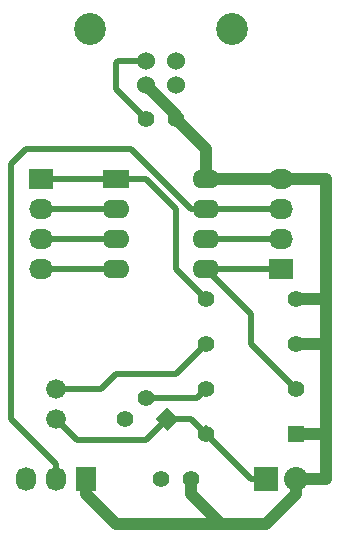
<source format=gbr>
G04 #@! TF.FileFunction,Copper,L1,Top,Signal*
%FSLAX46Y46*%
G04 Gerber Fmt 4.6, Leading zero omitted, Abs format (unit mm)*
G04 Created by KiCad (PCBNEW (2015-02-23 BZR 5449)-product) date Venerdì 13 Marzo 2015 10:16:28*
%MOMM*%
G01*
G04 APERTURE LIST*
%ADD10C,0.020000*%
%ADD11C,1.397000*%
%ADD12C,1.524000*%
%ADD13C,2.700020*%
%ADD14R,2.032000X2.032000*%
%ADD15O,2.032000X2.032000*%
%ADD16R,1.397000X1.397000*%
%ADD17R,2.286000X1.574800*%
%ADD18O,2.286000X1.574800*%
%ADD19C,1.676400*%
%ADD20R,2.032000X1.727200*%
%ADD21O,2.032000X1.727200*%
%ADD22R,1.727200X2.032000*%
%ADD23O,1.727200X2.032000*%
%ADD24C,1.000000*%
%ADD25C,0.500000*%
G04 APERTURE END LIST*
D10*
D11*
X195580000Y-48260000D03*
X193040000Y-48260000D03*
D12*
X193040000Y-45339000D03*
X195580000Y-45339000D03*
X195580000Y-43340020D03*
X193040000Y-43340020D03*
D13*
X188310520Y-40640000D03*
X200309480Y-40640000D03*
D11*
X196850000Y-78740000D03*
X194310000Y-78740000D03*
D14*
X203200000Y-78740000D03*
D15*
X205740000Y-78740000D03*
D11*
X205740000Y-63500000D03*
X198120000Y-63500000D03*
D16*
X205740000Y-74930000D03*
D11*
X198120000Y-74930000D03*
D17*
X190500000Y-53340000D03*
D18*
X190500000Y-55880000D03*
X190500000Y-58420000D03*
X190500000Y-60960000D03*
X198120000Y-60960000D03*
X198120000Y-58420000D03*
X198120000Y-55880000D03*
X198120000Y-53340000D03*
D19*
X185420000Y-71120000D03*
X185420000Y-73660000D03*
D20*
X184150000Y-53340000D03*
D21*
X184150000Y-55880000D03*
X184150000Y-58420000D03*
X184150000Y-60960000D03*
D20*
X204470000Y-60960000D03*
D21*
X204470000Y-58420000D03*
X204470000Y-55880000D03*
X204470000Y-53340000D03*
D22*
X187960000Y-78740000D03*
D23*
X185420000Y-78740000D03*
X182880000Y-78740000D03*
D10*
G36*
X193848223Y-73660000D02*
X194836051Y-72672172D01*
X195823879Y-73660000D01*
X194836051Y-74647828D01*
X193848223Y-73660000D01*
X193848223Y-73660000D01*
G37*
D11*
X193040000Y-71863949D03*
X191243949Y-73660000D03*
X205740000Y-67310000D03*
X198120000Y-67310000D03*
X198120000Y-71120000D03*
X205740000Y-71120000D03*
D24*
X195580000Y-48260000D02*
X195580000Y-47879000D01*
X195580000Y-47879000D02*
X193040000Y-45339000D01*
X205740000Y-63500000D02*
X208280000Y-63500000D01*
X195580000Y-48260000D02*
X198120000Y-50800000D01*
X198120000Y-50800000D02*
X198120000Y-53340000D01*
X198120000Y-53340000D02*
X204470000Y-53340000D01*
X204470000Y-53340000D02*
X208280000Y-53340000D01*
X208280000Y-53340000D02*
X208280000Y-63500000D01*
X208280000Y-63500000D02*
X208280000Y-66040000D01*
X208280000Y-74930000D02*
X208280000Y-78740000D01*
X208280000Y-73660000D02*
X208280000Y-74930000D01*
X208280000Y-78740000D02*
X205740000Y-78740000D01*
X208280000Y-67310000D02*
X208280000Y-73660000D01*
X208280000Y-66040000D02*
X208280000Y-67310000D01*
X205740000Y-74930000D02*
X208280000Y-74930000D01*
X205740000Y-67310000D02*
X208280000Y-67310000D01*
X187960000Y-80010000D02*
X190500000Y-82550000D01*
X199390000Y-82550000D02*
X203200000Y-82550000D01*
X190500000Y-82550000D02*
X199390000Y-82550000D01*
X203200000Y-82550000D02*
X205740000Y-80010000D01*
X205740000Y-80010000D02*
X205740000Y-78740000D01*
X187960000Y-78740000D02*
X187960000Y-80010000D01*
X196850000Y-80010000D02*
X199390000Y-82550000D01*
X196850000Y-78740000D02*
X196850000Y-80010000D01*
D25*
X193040000Y-43340020D02*
X190660020Y-43340020D01*
X190500000Y-45720000D02*
X193040000Y-48260000D01*
X190500000Y-43500040D02*
X190500000Y-45720000D01*
X190660020Y-43340020D02*
X190500000Y-43500040D01*
X190500000Y-60960000D02*
X184150000Y-60960000D01*
X185420000Y-71120000D02*
X189230000Y-71120000D01*
X189230000Y-71120000D02*
X190500000Y-69850000D01*
X190500000Y-69850000D02*
X195580000Y-69850000D01*
X195580000Y-69850000D02*
X198120000Y-67310000D01*
X198120000Y-67310000D02*
X198120000Y-67310000D01*
X194836051Y-73660000D02*
X193040000Y-75456051D01*
X193040000Y-75456051D02*
X187216051Y-75456051D01*
X187216051Y-75456051D02*
X185420000Y-73660000D01*
X198120000Y-74930000D02*
X198120000Y-74403949D01*
X201930000Y-78740000D02*
X198120000Y-74930000D01*
X203200000Y-78740000D02*
X201930000Y-78740000D01*
X196850000Y-73660000D02*
X198120000Y-74930000D01*
X194836051Y-73660000D02*
X196850000Y-73660000D01*
X190500000Y-53340000D02*
X193040000Y-53340000D01*
X195580000Y-60960000D02*
X198120000Y-63500000D01*
X195580000Y-55880000D02*
X195580000Y-60960000D01*
X193040000Y-53340000D02*
X195580000Y-55880000D01*
X190500000Y-53340000D02*
X184150000Y-53340000D01*
X190500000Y-55880000D02*
X184150000Y-55880000D01*
X190500000Y-58420000D02*
X184150000Y-58420000D01*
X198120000Y-60960000D02*
X204470000Y-60960000D01*
X201930000Y-67310000D02*
X201930000Y-64770000D01*
X201930000Y-64770000D02*
X198120000Y-60960000D01*
X205740000Y-71120000D02*
X201930000Y-67310000D01*
X198120000Y-58420000D02*
X204470000Y-58420000D01*
X198120000Y-55880000D02*
X204470000Y-55880000D01*
X185420000Y-77470000D02*
X181610000Y-73660000D01*
X181610000Y-73660000D02*
X181610000Y-52070000D01*
X181610000Y-52070000D02*
X182880000Y-50800000D01*
X182880000Y-50800000D02*
X191770000Y-50800000D01*
X191770000Y-50800000D02*
X196850000Y-55880000D01*
X196850000Y-55880000D02*
X198120000Y-55880000D01*
X185420000Y-78740000D02*
X185420000Y-77470000D01*
X198120000Y-71120000D02*
X198120000Y-71120000D01*
X197376051Y-71863949D02*
X193040000Y-71863949D01*
X198120000Y-71120000D02*
X197376051Y-71863949D01*
M02*

</source>
